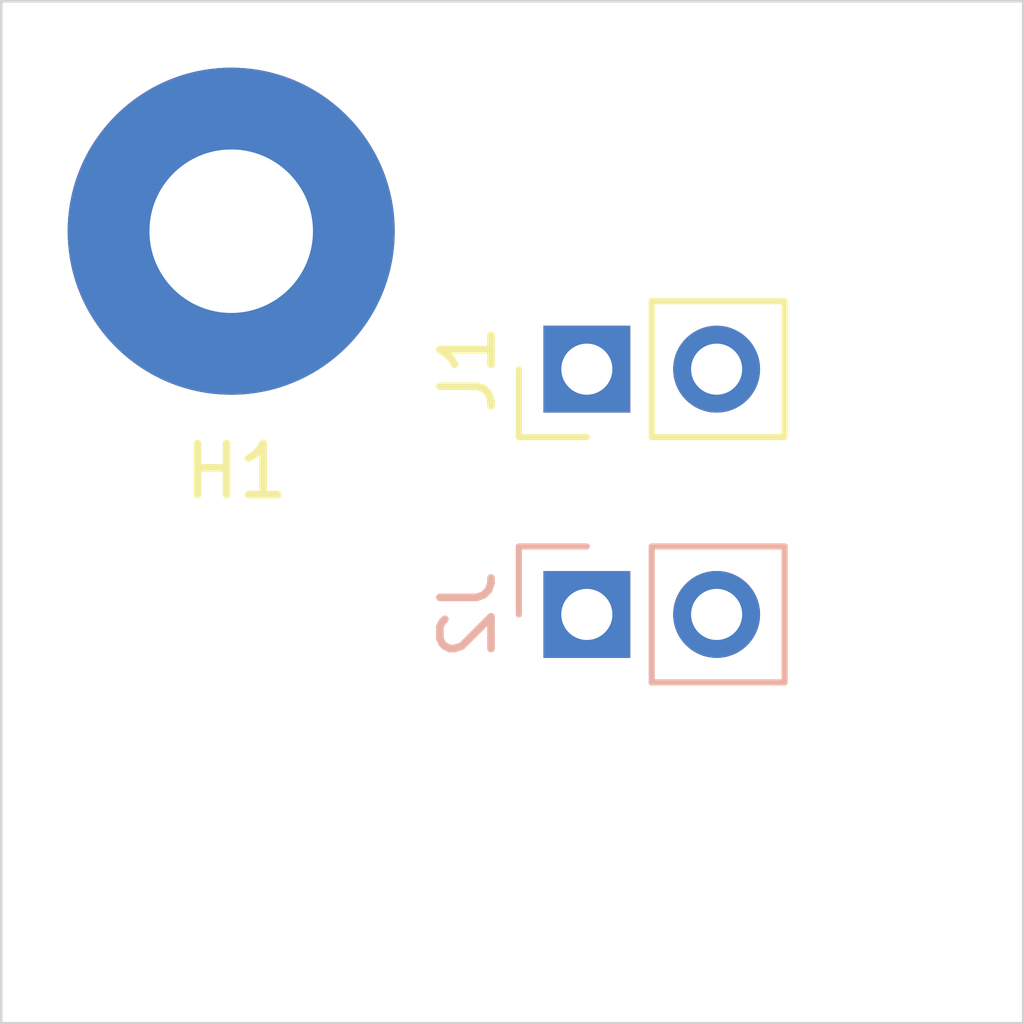
<source format=kicad_pcb>
(kicad_pcb (version 20240108) (generator "pcbnew") (generator_version "8.0")
  (layers (0 "F.Cu" signal) (31 "B.Cu" signal) (34 "B.Paste" user) (35 "F.Paste" user) (36 "B.SilkS" user "B.Silkscreen") (37 "F.SilkS" user "F.Silkscreen") (38 "B.Mask" user) (39 "F.Mask" user) (44 "Edge.Cuts" user))
  (net 0 "")
  (footprint "MountingHole:MountingHole_3.2mm_M3_Pad" (layer "F.Cu") (at 54.5 54.5)
    (property "Reference" "H1" (at 0.1 4.7 0) (layer "F.SilkS"))
    (property "Value" "MountingHole_3.2mm_M3_Pad" (hide yes))
    (pad "1" thru_hole circle (at 0 0) (size 6.4 6.4) (drill 3.2) (layers "*.Cu" "*.Mask"))
  )
  (footprint "Connector_PinHeader_2.54mm:PinHeader_1x02_P2.54mm_Vertical" (layer "F.Cu") (at 61.46 57.2 90)
    (property "Reference" "J1" (at 0 -2.33 90) (layer "F.SilkS"))
    (property "Value" "Conn_01x02_Pin" (hide yes))
    (fp_line (start -1.33 -1.33) (end 0 -1.33) (stroke (width 0.12)) (layer "F.SilkS"))
    (fp_line (start -1.33 0) (end -1.33 -1.33) (stroke (width 0.12)) (layer "F.SilkS"))
    (fp_line (start 1.33 1.27) (end 1.33 3.87) (stroke (width 0.12)) (layer "F.SilkS"))
    (fp_line (start -1.33 1.27) (end 1.33 1.27) (stroke (width 0.12)) (layer "F.SilkS"))
    (fp_line (start -1.33 1.27) (end -1.33 3.87) (stroke (width 0.12)) (layer "F.SilkS"))
    (fp_line (start -1.33 3.87) (end 1.33 3.87) (stroke (width 0.12)) (layer "F.SilkS"))
    (pad "1" thru_hole rect (at 0 0 90) (size 1.7 1.7) (drill 1) (layers "*.Cu" "*.Mask"))
    (pad "2" thru_hole oval (at 0 2.54 90) (size 1.7 1.7) (drill 1) (layers "*.Cu" "*.Mask"))
  )
  (footprint "Connector_PinHeader_2.54mm:PinHeader_1x02_P2.54mm_Vertical" (layer "B.Cu") (at 61.46 62 -90)
    (property "Reference" "J2" (at 0 2.33 90) (layer "B.SilkS") (effects (justify mirror)))
    (property "Value" "Conn_01x02_Pin" (hide yes))
    (fp_line (start -1.33 1.33) (end -1.33 0) (stroke (width 0.12)) (layer "B.SilkS"))
    (fp_line (start 0 1.33) (end -1.33 1.33) (stroke (width 0.12)) (layer "B.SilkS"))
    (fp_line (start 1.33 -1.27) (end -1.33 -1.27) (stroke (width 0.12)) (layer "B.SilkS"))
    (fp_line (start -1.33 -3.87) (end -1.33 -1.27) (stroke (width 0.12)) (layer "B.SilkS"))
    (fp_line (start 1.33 -3.87) (end 1.33 -1.27) (stroke (width 0.12)) (layer "B.SilkS"))
    (fp_line (start 1.33 -3.87) (end -1.33 -3.87) (stroke (width 0.12)) (layer "B.SilkS"))
    (pad "1" thru_hole rect (at 0 0 270) (size 1.7 1.7) (drill 1) (layers "*.Cu" "*.Mask"))
    (pad "2" thru_hole oval (at 0 -2.54 270) (size 1.7 1.7) (drill 1) (layers "*.Cu" "*.Mask"))
  )
  (gr_rect (start 50 50) (end 70 70) (stroke (width 0.05)) (fill none) (layer "Edge.Cuts"))
)
</source>
